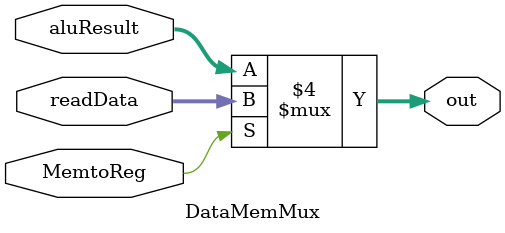
<source format=v>
module DataMemMux(
  input [3:0] readData,
  input [3:0] aluResult,
  input MemtoReg,
  output reg [3:0] out);

  always @(readData, aluResult, MemtoReg, out) begin
    if (MemtoReg == 0)
      out = aluResult;
    else
      out = readData;
  end
endmodule
</source>
